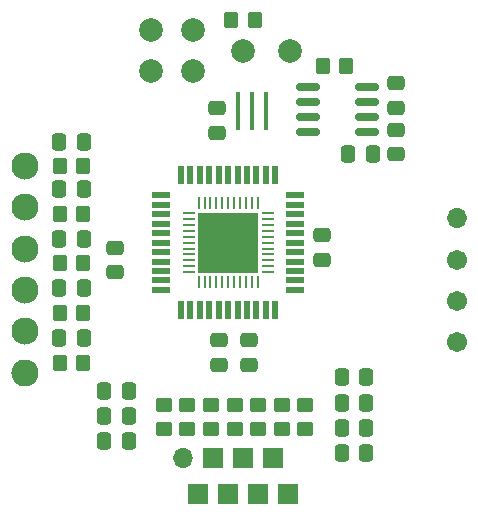
<source format=gbr>
%TF.GenerationSoftware,KiCad,Pcbnew,(6.0.9)*%
%TF.CreationDate,2024-03-30T18:33:12+01:00*%
%TF.ProjectId,HBW-IO-12-FM,4842572d-494f-42d3-9132-2d464d2e6b69,rev?*%
%TF.SameCoordinates,Original*%
%TF.FileFunction,Soldermask,Bot*%
%TF.FilePolarity,Negative*%
%FSLAX46Y46*%
G04 Gerber Fmt 4.6, Leading zero omitted, Abs format (unit mm)*
G04 Created by KiCad (PCBNEW (6.0.9)) date 2024-03-30 18:33:12*
%MOMM*%
%LPD*%
G01*
G04 APERTURE LIST*
G04 Aperture macros list*
%AMRoundRect*
0 Rectangle with rounded corners*
0 $1 Rounding radius*
0 $2 $3 $4 $5 $6 $7 $8 $9 X,Y pos of 4 corners*
0 Add a 4 corners polygon primitive as box body*
4,1,4,$2,$3,$4,$5,$6,$7,$8,$9,$2,$3,0*
0 Add four circle primitives for the rounded corners*
1,1,$1+$1,$2,$3*
1,1,$1+$1,$4,$5*
1,1,$1+$1,$6,$7*
1,1,$1+$1,$8,$9*
0 Add four rect primitives between the rounded corners*
20,1,$1+$1,$2,$3,$4,$5,0*
20,1,$1+$1,$4,$5,$6,$7,0*
20,1,$1+$1,$6,$7,$8,$9,0*
20,1,$1+$1,$8,$9,$2,$3,0*%
G04 Aperture macros list end*
%ADD10O,1.704000X1.704000*%
%ADD11C,1.704000*%
%ADD12R,1.700000X1.700000*%
%ADD13O,1.700000X1.700000*%
%ADD14O,2.300000X2.300000*%
%ADD15C,2.300000*%
%ADD16RoundRect,0.250000X-0.337500X-0.475000X0.337500X-0.475000X0.337500X0.475000X-0.337500X0.475000X0*%
%ADD17RoundRect,0.250000X0.450000X-0.350000X0.450000X0.350000X-0.450000X0.350000X-0.450000X-0.350000X0*%
%ADD18R,0.400000X3.200000*%
%ADD19RoundRect,0.250000X-0.350000X-0.450000X0.350000X-0.450000X0.350000X0.450000X-0.350000X0.450000X0*%
%ADD20RoundRect,0.250000X0.337500X0.475000X-0.337500X0.475000X-0.337500X-0.475000X0.337500X-0.475000X0*%
%ADD21RoundRect,0.250000X-0.475000X0.337500X-0.475000X-0.337500X0.475000X-0.337500X0.475000X0.337500X0*%
%ADD22C,2.000000*%
%ADD23R,0.550000X1.500000*%
%ADD24R,1.500000X0.550000*%
%ADD25RoundRect,0.250000X0.475000X-0.337500X0.475000X0.337500X-0.475000X0.337500X-0.475000X-0.337500X0*%
%ADD26RoundRect,0.250000X0.350000X0.450000X-0.350000X0.450000X-0.350000X-0.450000X0.350000X-0.450000X0*%
%ADD27RoundRect,0.062500X-0.062500X0.475000X-0.062500X-0.475000X0.062500X-0.475000X0.062500X0.475000X0*%
%ADD28RoundRect,0.062500X-0.475000X0.062500X-0.475000X-0.062500X0.475000X-0.062500X0.475000X0.062500X0*%
%ADD29R,5.200000X5.200000*%
%ADD30RoundRect,0.150000X-0.825000X-0.150000X0.825000X-0.150000X0.825000X0.150000X-0.825000X0.150000X0*%
G04 APERTURE END LIST*
D10*
%TO.C,J4*%
X168600000Y-70687500D03*
D11*
X168600000Y-74187500D03*
X168600000Y-77687500D03*
X168600000Y-81187500D03*
%TD*%
D12*
%TO.C,J1*%
X154300000Y-94000000D03*
X151760000Y-94000000D03*
X149220000Y-94000000D03*
X146680000Y-94000000D03*
%TD*%
%TO.C,J2*%
X153090000Y-91000000D03*
X150550000Y-91000000D03*
X148010000Y-91000000D03*
D13*
X145470000Y-91000000D03*
%TD*%
D14*
%TO.C,J3*%
X132050000Y-83750000D03*
D15*
X132050000Y-80250000D03*
X132050000Y-76750000D03*
X132050000Y-73250000D03*
X132050000Y-69750000D03*
X132050000Y-66250000D03*
%TD*%
D16*
%TO.C,C2*%
X138762500Y-89500000D03*
X140837500Y-89500000D03*
%TD*%
D17*
%TO.C,R4*%
X149800000Y-88500000D03*
X149800000Y-86500000D03*
%TD*%
D18*
%TO.C,Q1*%
X152450000Y-61600000D03*
X151250000Y-61600000D03*
X150050000Y-61600000D03*
%TD*%
D16*
%TO.C,C4*%
X138762500Y-85300000D03*
X140837500Y-85300000D03*
%TD*%
%TO.C,C3*%
X138762500Y-87400000D03*
X140837500Y-87400000D03*
%TD*%
D19*
%TO.C,R12*%
X135000000Y-66250000D03*
X137000000Y-66250000D03*
%TD*%
D20*
%TO.C,C1*%
X160937500Y-84100000D03*
X158862500Y-84100000D03*
%TD*%
D21*
%TO.C,C23*%
X157200000Y-72125000D03*
X157200000Y-74200000D03*
%TD*%
D22*
%TO.C,TP6*%
X150500000Y-56500000D03*
%TD*%
D16*
%TO.C,C9*%
X134962500Y-76600000D03*
X137037500Y-76600000D03*
%TD*%
D23*
%TO.C,IC1*%
X145250000Y-67050000D03*
X146050000Y-67050000D03*
X146850000Y-67050000D03*
X147650000Y-67050000D03*
X148450000Y-67050000D03*
X149250000Y-67050000D03*
X150050000Y-67050000D03*
X150850000Y-67050000D03*
X151650000Y-67050000D03*
X152450000Y-67050000D03*
X153250000Y-67050000D03*
D24*
X154950000Y-68750000D03*
X154950000Y-69550000D03*
X154950000Y-70350000D03*
X154950000Y-71150000D03*
X154950000Y-71950000D03*
X154950000Y-72750000D03*
X154950000Y-73550000D03*
X154950000Y-74350000D03*
X154950000Y-75150000D03*
X154950000Y-75950000D03*
X154950000Y-76750000D03*
D23*
X153250000Y-78450000D03*
X152450000Y-78450000D03*
X151650000Y-78450000D03*
X150850000Y-78450000D03*
X150050000Y-78450000D03*
X149250000Y-78450000D03*
X148450000Y-78450000D03*
X147650000Y-78450000D03*
X146850000Y-78450000D03*
X146050000Y-78450000D03*
X145250000Y-78450000D03*
D24*
X143550000Y-76750000D03*
X143550000Y-75950000D03*
X143550000Y-75150000D03*
X143550000Y-74350000D03*
X143550000Y-73550000D03*
X143550000Y-72750000D03*
X143550000Y-71950000D03*
X143550000Y-71150000D03*
X143550000Y-70350000D03*
X143550000Y-69550000D03*
X143550000Y-68750000D03*
%TD*%
D20*
%TO.C,C27*%
X161500000Y-65250000D03*
X159425000Y-65250000D03*
%TD*%
D17*
%TO.C,R5*%
X147800000Y-88500000D03*
X147800000Y-86500000D03*
%TD*%
D25*
%TO.C,C13*%
X148500000Y-83075000D03*
X148500000Y-81000000D03*
%TD*%
D16*
%TO.C,C11*%
X134962500Y-68200000D03*
X137037500Y-68200000D03*
%TD*%
%TO.C,C12*%
X134962500Y-64200000D03*
X137037500Y-64200000D03*
%TD*%
D22*
%TO.C,TP2*%
X146250000Y-54750000D03*
%TD*%
D16*
%TO.C,C8*%
X134962500Y-80800000D03*
X137037500Y-80800000D03*
%TD*%
D19*
%TO.C,R8*%
X135000000Y-82900000D03*
X137000000Y-82900000D03*
%TD*%
D26*
%TO.C,R13*%
X151500000Y-53900000D03*
X149500000Y-53900000D03*
%TD*%
D20*
%TO.C,C7*%
X160937500Y-90600000D03*
X158862500Y-90600000D03*
%TD*%
D22*
%TO.C,TP4*%
X142750000Y-54750000D03*
%TD*%
D25*
%TO.C,C25*%
X139700000Y-75237500D03*
X139700000Y-73162500D03*
%TD*%
D27*
%TO.C,IC2*%
X146750000Y-69412500D03*
X147250000Y-69412500D03*
X147750000Y-69412500D03*
X148250000Y-69412500D03*
X148750000Y-69412500D03*
X149250000Y-69412500D03*
X149750000Y-69412500D03*
X150250000Y-69412500D03*
X150750000Y-69412500D03*
X151250000Y-69412500D03*
X151750000Y-69412500D03*
D28*
X152587500Y-70250000D03*
X152587500Y-70750000D03*
X152587500Y-71250000D03*
X152587500Y-71750000D03*
X152587500Y-72250000D03*
X152587500Y-72750000D03*
X152587500Y-73250000D03*
X152587500Y-73750000D03*
X152587500Y-74250000D03*
X152587500Y-74750000D03*
X152587500Y-75250000D03*
D27*
X151750000Y-76087500D03*
X151250000Y-76087500D03*
X150750000Y-76087500D03*
X150250000Y-76087500D03*
X149750000Y-76087500D03*
X149250000Y-76087500D03*
X148750000Y-76087500D03*
X148250000Y-76087500D03*
X147750000Y-76087500D03*
X147250000Y-76087500D03*
X146750000Y-76087500D03*
D28*
X145912500Y-75250000D03*
X145912500Y-74750000D03*
X145912500Y-74250000D03*
X145912500Y-73750000D03*
X145912500Y-73250000D03*
X145912500Y-72750000D03*
X145912500Y-72250000D03*
X145912500Y-71750000D03*
X145912500Y-71250000D03*
X145912500Y-70750000D03*
X145912500Y-70250000D03*
D29*
X149250000Y-72750000D03*
%TD*%
D16*
%TO.C,C10*%
X134962500Y-72400000D03*
X137037500Y-72400000D03*
%TD*%
D25*
%TO.C,C15*%
X163500000Y-61307500D03*
X163500000Y-59232500D03*
%TD*%
%TO.C,C26*%
X148300000Y-63437500D03*
X148300000Y-61362500D03*
%TD*%
D19*
%TO.C,R10*%
X135000000Y-74500000D03*
X137000000Y-74500000D03*
%TD*%
D21*
%TO.C,C14*%
X163500000Y-63172500D03*
X163500000Y-65247500D03*
%TD*%
D19*
%TO.C,R15*%
X157250000Y-57750000D03*
X159250000Y-57750000D03*
%TD*%
D17*
%TO.C,R1*%
X155800000Y-88500000D03*
X155800000Y-86500000D03*
%TD*%
%TO.C,R3*%
X151800000Y-88500000D03*
X151800000Y-86500000D03*
%TD*%
D20*
%TO.C,C5*%
X160937500Y-86300000D03*
X158862500Y-86300000D03*
%TD*%
D22*
%TO.C,TP5*%
X154500000Y-56500000D03*
%TD*%
%TO.C,TP1*%
X146250000Y-58250000D03*
%TD*%
D30*
%TO.C,IC3*%
X156025000Y-63405000D03*
X156025000Y-62135000D03*
X156025000Y-60865000D03*
X156025000Y-59595000D03*
X160975000Y-59595000D03*
X160975000Y-60865000D03*
X160975000Y-62135000D03*
X160975000Y-63405000D03*
%TD*%
D17*
%TO.C,R7*%
X143800000Y-88500000D03*
X143800000Y-86500000D03*
%TD*%
D22*
%TO.C,TP3*%
X142750000Y-58250000D03*
%TD*%
D21*
%TO.C,C24*%
X151000000Y-81000000D03*
X151000000Y-83075000D03*
%TD*%
D19*
%TO.C,R11*%
X135000000Y-70300000D03*
X137000000Y-70300000D03*
%TD*%
%TO.C,R9*%
X135000000Y-78700000D03*
X137000000Y-78700000D03*
%TD*%
D17*
%TO.C,R2*%
X153800000Y-88500000D03*
X153800000Y-86500000D03*
%TD*%
D20*
%TO.C,C6*%
X160937500Y-88400000D03*
X158862500Y-88400000D03*
%TD*%
D17*
%TO.C,R6*%
X145800000Y-88500000D03*
X145800000Y-86500000D03*
%TD*%
M02*

</source>
